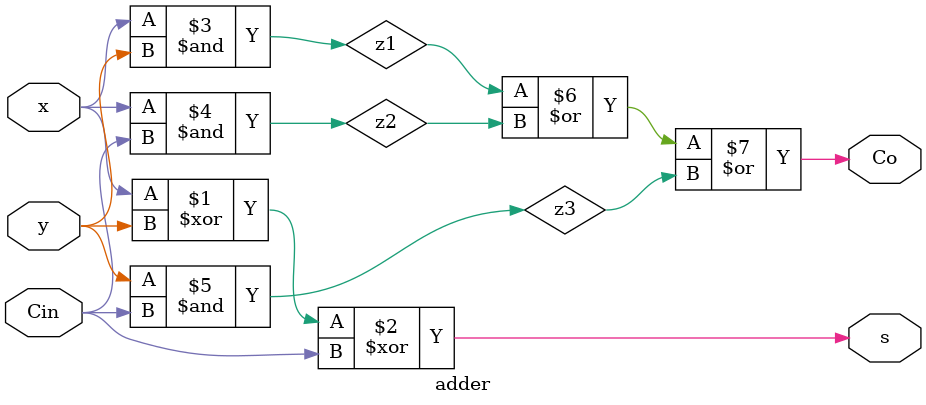
<source format=v>
`timescale 1ns / 1ps


module adder(
    input Cin,
    input x,
    input y,
    output s,
    output Co
    );
    
    //wires serving as outputs for the AND gates
    wire z1, z2, z3;
    
    // XOR x, y, and cin. If 2 inputs are true the output will 
    // be false, if 1 or all 3 inputs are true the output will be true
    // This merely determines whether or not the LED will turn on
    xor(s, x, y, Cin);
    
    // These AND gates are used to determine the sum of
    // 2 inputs. We AND every possible input combination.
    and(z1, x, y),
       (z2, x, Cin),
       (z3, y, Cin);
       
    // This determines if we have a carryout to the next adder
    or(Co, z1, z2, z3);
    
endmodule

</source>
